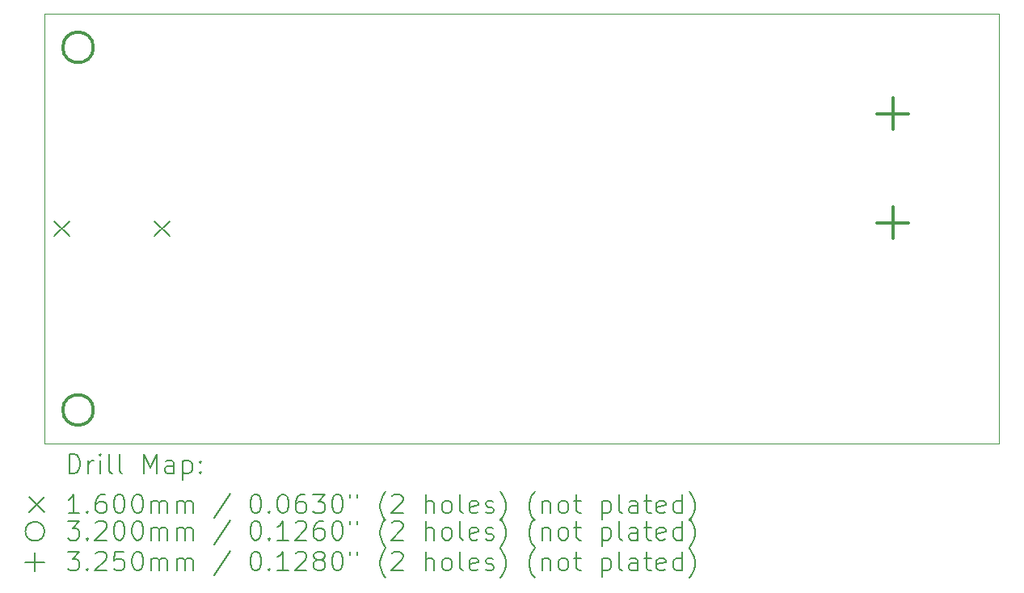
<source format=gbr>
%TF.GenerationSoftware,KiCad,Pcbnew,8.0.1*%
%TF.CreationDate,2024-04-28T13:44:50+02:00*%
%TF.ProjectId,ETH1ISO224,45544831-4953-44f3-9232-342e6b696361,rev?*%
%TF.SameCoordinates,Original*%
%TF.FileFunction,Drillmap*%
%TF.FilePolarity,Positive*%
%FSLAX45Y45*%
G04 Gerber Fmt 4.5, Leading zero omitted, Abs format (unit mm)*
G04 Created by KiCad (PCBNEW 8.0.1) date 2024-04-28 13:44:50*
%MOMM*%
%LPD*%
G01*
G04 APERTURE LIST*
%ADD10C,0.050000*%
%ADD11C,0.200000*%
%ADD12C,0.160000*%
%ADD13C,0.320000*%
%ADD14C,0.325000*%
G04 APERTURE END LIST*
D10*
X10050000Y-6500000D02*
X20050000Y-6500000D01*
X20050000Y-11000000D01*
X10050000Y-11000000D01*
X10050000Y-6500000D01*
D11*
D12*
X10147000Y-8670000D02*
X10307000Y-8830000D01*
X10307000Y-8670000D02*
X10147000Y-8830000D01*
X11197000Y-8670000D02*
X11357000Y-8830000D01*
X11357000Y-8670000D02*
X11197000Y-8830000D01*
D13*
X10560000Y-6850000D02*
G75*
G02*
X10240000Y-6850000I-160000J0D01*
G01*
X10240000Y-6850000D02*
G75*
G02*
X10560000Y-6850000I160000J0D01*
G01*
X10560000Y-10650000D02*
G75*
G02*
X10240000Y-10650000I-160000J0D01*
G01*
X10240000Y-10650000D02*
G75*
G02*
X10560000Y-10650000I160000J0D01*
G01*
D14*
X18934200Y-7381300D02*
X18934200Y-7706300D01*
X18771700Y-7543800D02*
X19096700Y-7543800D01*
X18934200Y-8524300D02*
X18934200Y-8849300D01*
X18771700Y-8686800D02*
X19096700Y-8686800D01*
D11*
X10308277Y-11313984D02*
X10308277Y-11113984D01*
X10308277Y-11113984D02*
X10355896Y-11113984D01*
X10355896Y-11113984D02*
X10384467Y-11123508D01*
X10384467Y-11123508D02*
X10403515Y-11142555D01*
X10403515Y-11142555D02*
X10413039Y-11161603D01*
X10413039Y-11161603D02*
X10422563Y-11199698D01*
X10422563Y-11199698D02*
X10422563Y-11228269D01*
X10422563Y-11228269D02*
X10413039Y-11266365D01*
X10413039Y-11266365D02*
X10403515Y-11285412D01*
X10403515Y-11285412D02*
X10384467Y-11304460D01*
X10384467Y-11304460D02*
X10355896Y-11313984D01*
X10355896Y-11313984D02*
X10308277Y-11313984D01*
X10508277Y-11313984D02*
X10508277Y-11180650D01*
X10508277Y-11218746D02*
X10517801Y-11199698D01*
X10517801Y-11199698D02*
X10527324Y-11190174D01*
X10527324Y-11190174D02*
X10546372Y-11180650D01*
X10546372Y-11180650D02*
X10565420Y-11180650D01*
X10632086Y-11313984D02*
X10632086Y-11180650D01*
X10632086Y-11113984D02*
X10622563Y-11123508D01*
X10622563Y-11123508D02*
X10632086Y-11133031D01*
X10632086Y-11133031D02*
X10641610Y-11123508D01*
X10641610Y-11123508D02*
X10632086Y-11113984D01*
X10632086Y-11113984D02*
X10632086Y-11133031D01*
X10755896Y-11313984D02*
X10736848Y-11304460D01*
X10736848Y-11304460D02*
X10727324Y-11285412D01*
X10727324Y-11285412D02*
X10727324Y-11113984D01*
X10860658Y-11313984D02*
X10841610Y-11304460D01*
X10841610Y-11304460D02*
X10832086Y-11285412D01*
X10832086Y-11285412D02*
X10832086Y-11113984D01*
X11089229Y-11313984D02*
X11089229Y-11113984D01*
X11089229Y-11113984D02*
X11155896Y-11256841D01*
X11155896Y-11256841D02*
X11222562Y-11113984D01*
X11222562Y-11113984D02*
X11222562Y-11313984D01*
X11403515Y-11313984D02*
X11403515Y-11209222D01*
X11403515Y-11209222D02*
X11393991Y-11190174D01*
X11393991Y-11190174D02*
X11374943Y-11180650D01*
X11374943Y-11180650D02*
X11336848Y-11180650D01*
X11336848Y-11180650D02*
X11317801Y-11190174D01*
X11403515Y-11304460D02*
X11384467Y-11313984D01*
X11384467Y-11313984D02*
X11336848Y-11313984D01*
X11336848Y-11313984D02*
X11317801Y-11304460D01*
X11317801Y-11304460D02*
X11308277Y-11285412D01*
X11308277Y-11285412D02*
X11308277Y-11266365D01*
X11308277Y-11266365D02*
X11317801Y-11247317D01*
X11317801Y-11247317D02*
X11336848Y-11237793D01*
X11336848Y-11237793D02*
X11384467Y-11237793D01*
X11384467Y-11237793D02*
X11403515Y-11228269D01*
X11498753Y-11180650D02*
X11498753Y-11380650D01*
X11498753Y-11190174D02*
X11517801Y-11180650D01*
X11517801Y-11180650D02*
X11555896Y-11180650D01*
X11555896Y-11180650D02*
X11574943Y-11190174D01*
X11574943Y-11190174D02*
X11584467Y-11199698D01*
X11584467Y-11199698D02*
X11593991Y-11218746D01*
X11593991Y-11218746D02*
X11593991Y-11275888D01*
X11593991Y-11275888D02*
X11584467Y-11294936D01*
X11584467Y-11294936D02*
X11574943Y-11304460D01*
X11574943Y-11304460D02*
X11555896Y-11313984D01*
X11555896Y-11313984D02*
X11517801Y-11313984D01*
X11517801Y-11313984D02*
X11498753Y-11304460D01*
X11679705Y-11294936D02*
X11689229Y-11304460D01*
X11689229Y-11304460D02*
X11679705Y-11313984D01*
X11679705Y-11313984D02*
X11670182Y-11304460D01*
X11670182Y-11304460D02*
X11679705Y-11294936D01*
X11679705Y-11294936D02*
X11679705Y-11313984D01*
X11679705Y-11190174D02*
X11689229Y-11199698D01*
X11689229Y-11199698D02*
X11679705Y-11209222D01*
X11679705Y-11209222D02*
X11670182Y-11199698D01*
X11670182Y-11199698D02*
X11679705Y-11190174D01*
X11679705Y-11190174D02*
X11679705Y-11209222D01*
D12*
X9887500Y-11562500D02*
X10047500Y-11722500D01*
X10047500Y-11562500D02*
X9887500Y-11722500D01*
D11*
X10413039Y-11733984D02*
X10298753Y-11733984D01*
X10355896Y-11733984D02*
X10355896Y-11533984D01*
X10355896Y-11533984D02*
X10336848Y-11562555D01*
X10336848Y-11562555D02*
X10317801Y-11581603D01*
X10317801Y-11581603D02*
X10298753Y-11591127D01*
X10498753Y-11714936D02*
X10508277Y-11724460D01*
X10508277Y-11724460D02*
X10498753Y-11733984D01*
X10498753Y-11733984D02*
X10489229Y-11724460D01*
X10489229Y-11724460D02*
X10498753Y-11714936D01*
X10498753Y-11714936D02*
X10498753Y-11733984D01*
X10679705Y-11533984D02*
X10641610Y-11533984D01*
X10641610Y-11533984D02*
X10622563Y-11543508D01*
X10622563Y-11543508D02*
X10613039Y-11553031D01*
X10613039Y-11553031D02*
X10593991Y-11581603D01*
X10593991Y-11581603D02*
X10584467Y-11619698D01*
X10584467Y-11619698D02*
X10584467Y-11695888D01*
X10584467Y-11695888D02*
X10593991Y-11714936D01*
X10593991Y-11714936D02*
X10603515Y-11724460D01*
X10603515Y-11724460D02*
X10622563Y-11733984D01*
X10622563Y-11733984D02*
X10660658Y-11733984D01*
X10660658Y-11733984D02*
X10679705Y-11724460D01*
X10679705Y-11724460D02*
X10689229Y-11714936D01*
X10689229Y-11714936D02*
X10698753Y-11695888D01*
X10698753Y-11695888D02*
X10698753Y-11648269D01*
X10698753Y-11648269D02*
X10689229Y-11629222D01*
X10689229Y-11629222D02*
X10679705Y-11619698D01*
X10679705Y-11619698D02*
X10660658Y-11610174D01*
X10660658Y-11610174D02*
X10622563Y-11610174D01*
X10622563Y-11610174D02*
X10603515Y-11619698D01*
X10603515Y-11619698D02*
X10593991Y-11629222D01*
X10593991Y-11629222D02*
X10584467Y-11648269D01*
X10822563Y-11533984D02*
X10841610Y-11533984D01*
X10841610Y-11533984D02*
X10860658Y-11543508D01*
X10860658Y-11543508D02*
X10870182Y-11553031D01*
X10870182Y-11553031D02*
X10879705Y-11572079D01*
X10879705Y-11572079D02*
X10889229Y-11610174D01*
X10889229Y-11610174D02*
X10889229Y-11657793D01*
X10889229Y-11657793D02*
X10879705Y-11695888D01*
X10879705Y-11695888D02*
X10870182Y-11714936D01*
X10870182Y-11714936D02*
X10860658Y-11724460D01*
X10860658Y-11724460D02*
X10841610Y-11733984D01*
X10841610Y-11733984D02*
X10822563Y-11733984D01*
X10822563Y-11733984D02*
X10803515Y-11724460D01*
X10803515Y-11724460D02*
X10793991Y-11714936D01*
X10793991Y-11714936D02*
X10784467Y-11695888D01*
X10784467Y-11695888D02*
X10774944Y-11657793D01*
X10774944Y-11657793D02*
X10774944Y-11610174D01*
X10774944Y-11610174D02*
X10784467Y-11572079D01*
X10784467Y-11572079D02*
X10793991Y-11553031D01*
X10793991Y-11553031D02*
X10803515Y-11543508D01*
X10803515Y-11543508D02*
X10822563Y-11533984D01*
X11013039Y-11533984D02*
X11032086Y-11533984D01*
X11032086Y-11533984D02*
X11051134Y-11543508D01*
X11051134Y-11543508D02*
X11060658Y-11553031D01*
X11060658Y-11553031D02*
X11070182Y-11572079D01*
X11070182Y-11572079D02*
X11079705Y-11610174D01*
X11079705Y-11610174D02*
X11079705Y-11657793D01*
X11079705Y-11657793D02*
X11070182Y-11695888D01*
X11070182Y-11695888D02*
X11060658Y-11714936D01*
X11060658Y-11714936D02*
X11051134Y-11724460D01*
X11051134Y-11724460D02*
X11032086Y-11733984D01*
X11032086Y-11733984D02*
X11013039Y-11733984D01*
X11013039Y-11733984D02*
X10993991Y-11724460D01*
X10993991Y-11724460D02*
X10984467Y-11714936D01*
X10984467Y-11714936D02*
X10974944Y-11695888D01*
X10974944Y-11695888D02*
X10965420Y-11657793D01*
X10965420Y-11657793D02*
X10965420Y-11610174D01*
X10965420Y-11610174D02*
X10974944Y-11572079D01*
X10974944Y-11572079D02*
X10984467Y-11553031D01*
X10984467Y-11553031D02*
X10993991Y-11543508D01*
X10993991Y-11543508D02*
X11013039Y-11533984D01*
X11165420Y-11733984D02*
X11165420Y-11600650D01*
X11165420Y-11619698D02*
X11174944Y-11610174D01*
X11174944Y-11610174D02*
X11193991Y-11600650D01*
X11193991Y-11600650D02*
X11222563Y-11600650D01*
X11222563Y-11600650D02*
X11241610Y-11610174D01*
X11241610Y-11610174D02*
X11251134Y-11629222D01*
X11251134Y-11629222D02*
X11251134Y-11733984D01*
X11251134Y-11629222D02*
X11260658Y-11610174D01*
X11260658Y-11610174D02*
X11279705Y-11600650D01*
X11279705Y-11600650D02*
X11308277Y-11600650D01*
X11308277Y-11600650D02*
X11327324Y-11610174D01*
X11327324Y-11610174D02*
X11336848Y-11629222D01*
X11336848Y-11629222D02*
X11336848Y-11733984D01*
X11432086Y-11733984D02*
X11432086Y-11600650D01*
X11432086Y-11619698D02*
X11441610Y-11610174D01*
X11441610Y-11610174D02*
X11460658Y-11600650D01*
X11460658Y-11600650D02*
X11489229Y-11600650D01*
X11489229Y-11600650D02*
X11508277Y-11610174D01*
X11508277Y-11610174D02*
X11517801Y-11629222D01*
X11517801Y-11629222D02*
X11517801Y-11733984D01*
X11517801Y-11629222D02*
X11527324Y-11610174D01*
X11527324Y-11610174D02*
X11546372Y-11600650D01*
X11546372Y-11600650D02*
X11574943Y-11600650D01*
X11574943Y-11600650D02*
X11593991Y-11610174D01*
X11593991Y-11610174D02*
X11603515Y-11629222D01*
X11603515Y-11629222D02*
X11603515Y-11733984D01*
X11993991Y-11524460D02*
X11822563Y-11781603D01*
X12251134Y-11533984D02*
X12270182Y-11533984D01*
X12270182Y-11533984D02*
X12289229Y-11543508D01*
X12289229Y-11543508D02*
X12298753Y-11553031D01*
X12298753Y-11553031D02*
X12308277Y-11572079D01*
X12308277Y-11572079D02*
X12317801Y-11610174D01*
X12317801Y-11610174D02*
X12317801Y-11657793D01*
X12317801Y-11657793D02*
X12308277Y-11695888D01*
X12308277Y-11695888D02*
X12298753Y-11714936D01*
X12298753Y-11714936D02*
X12289229Y-11724460D01*
X12289229Y-11724460D02*
X12270182Y-11733984D01*
X12270182Y-11733984D02*
X12251134Y-11733984D01*
X12251134Y-11733984D02*
X12232086Y-11724460D01*
X12232086Y-11724460D02*
X12222563Y-11714936D01*
X12222563Y-11714936D02*
X12213039Y-11695888D01*
X12213039Y-11695888D02*
X12203515Y-11657793D01*
X12203515Y-11657793D02*
X12203515Y-11610174D01*
X12203515Y-11610174D02*
X12213039Y-11572079D01*
X12213039Y-11572079D02*
X12222563Y-11553031D01*
X12222563Y-11553031D02*
X12232086Y-11543508D01*
X12232086Y-11543508D02*
X12251134Y-11533984D01*
X12403515Y-11714936D02*
X12413039Y-11724460D01*
X12413039Y-11724460D02*
X12403515Y-11733984D01*
X12403515Y-11733984D02*
X12393991Y-11724460D01*
X12393991Y-11724460D02*
X12403515Y-11714936D01*
X12403515Y-11714936D02*
X12403515Y-11733984D01*
X12536848Y-11533984D02*
X12555896Y-11533984D01*
X12555896Y-11533984D02*
X12574944Y-11543508D01*
X12574944Y-11543508D02*
X12584467Y-11553031D01*
X12584467Y-11553031D02*
X12593991Y-11572079D01*
X12593991Y-11572079D02*
X12603515Y-11610174D01*
X12603515Y-11610174D02*
X12603515Y-11657793D01*
X12603515Y-11657793D02*
X12593991Y-11695888D01*
X12593991Y-11695888D02*
X12584467Y-11714936D01*
X12584467Y-11714936D02*
X12574944Y-11724460D01*
X12574944Y-11724460D02*
X12555896Y-11733984D01*
X12555896Y-11733984D02*
X12536848Y-11733984D01*
X12536848Y-11733984D02*
X12517801Y-11724460D01*
X12517801Y-11724460D02*
X12508277Y-11714936D01*
X12508277Y-11714936D02*
X12498753Y-11695888D01*
X12498753Y-11695888D02*
X12489229Y-11657793D01*
X12489229Y-11657793D02*
X12489229Y-11610174D01*
X12489229Y-11610174D02*
X12498753Y-11572079D01*
X12498753Y-11572079D02*
X12508277Y-11553031D01*
X12508277Y-11553031D02*
X12517801Y-11543508D01*
X12517801Y-11543508D02*
X12536848Y-11533984D01*
X12774944Y-11533984D02*
X12736848Y-11533984D01*
X12736848Y-11533984D02*
X12717801Y-11543508D01*
X12717801Y-11543508D02*
X12708277Y-11553031D01*
X12708277Y-11553031D02*
X12689229Y-11581603D01*
X12689229Y-11581603D02*
X12679706Y-11619698D01*
X12679706Y-11619698D02*
X12679706Y-11695888D01*
X12679706Y-11695888D02*
X12689229Y-11714936D01*
X12689229Y-11714936D02*
X12698753Y-11724460D01*
X12698753Y-11724460D02*
X12717801Y-11733984D01*
X12717801Y-11733984D02*
X12755896Y-11733984D01*
X12755896Y-11733984D02*
X12774944Y-11724460D01*
X12774944Y-11724460D02*
X12784467Y-11714936D01*
X12784467Y-11714936D02*
X12793991Y-11695888D01*
X12793991Y-11695888D02*
X12793991Y-11648269D01*
X12793991Y-11648269D02*
X12784467Y-11629222D01*
X12784467Y-11629222D02*
X12774944Y-11619698D01*
X12774944Y-11619698D02*
X12755896Y-11610174D01*
X12755896Y-11610174D02*
X12717801Y-11610174D01*
X12717801Y-11610174D02*
X12698753Y-11619698D01*
X12698753Y-11619698D02*
X12689229Y-11629222D01*
X12689229Y-11629222D02*
X12679706Y-11648269D01*
X12860658Y-11533984D02*
X12984467Y-11533984D01*
X12984467Y-11533984D02*
X12917801Y-11610174D01*
X12917801Y-11610174D02*
X12946372Y-11610174D01*
X12946372Y-11610174D02*
X12965420Y-11619698D01*
X12965420Y-11619698D02*
X12974944Y-11629222D01*
X12974944Y-11629222D02*
X12984467Y-11648269D01*
X12984467Y-11648269D02*
X12984467Y-11695888D01*
X12984467Y-11695888D02*
X12974944Y-11714936D01*
X12974944Y-11714936D02*
X12965420Y-11724460D01*
X12965420Y-11724460D02*
X12946372Y-11733984D01*
X12946372Y-11733984D02*
X12889229Y-11733984D01*
X12889229Y-11733984D02*
X12870182Y-11724460D01*
X12870182Y-11724460D02*
X12860658Y-11714936D01*
X13108277Y-11533984D02*
X13127325Y-11533984D01*
X13127325Y-11533984D02*
X13146372Y-11543508D01*
X13146372Y-11543508D02*
X13155896Y-11553031D01*
X13155896Y-11553031D02*
X13165420Y-11572079D01*
X13165420Y-11572079D02*
X13174944Y-11610174D01*
X13174944Y-11610174D02*
X13174944Y-11657793D01*
X13174944Y-11657793D02*
X13165420Y-11695888D01*
X13165420Y-11695888D02*
X13155896Y-11714936D01*
X13155896Y-11714936D02*
X13146372Y-11724460D01*
X13146372Y-11724460D02*
X13127325Y-11733984D01*
X13127325Y-11733984D02*
X13108277Y-11733984D01*
X13108277Y-11733984D02*
X13089229Y-11724460D01*
X13089229Y-11724460D02*
X13079706Y-11714936D01*
X13079706Y-11714936D02*
X13070182Y-11695888D01*
X13070182Y-11695888D02*
X13060658Y-11657793D01*
X13060658Y-11657793D02*
X13060658Y-11610174D01*
X13060658Y-11610174D02*
X13070182Y-11572079D01*
X13070182Y-11572079D02*
X13079706Y-11553031D01*
X13079706Y-11553031D02*
X13089229Y-11543508D01*
X13089229Y-11543508D02*
X13108277Y-11533984D01*
X13251134Y-11533984D02*
X13251134Y-11572079D01*
X13327325Y-11533984D02*
X13327325Y-11572079D01*
X13622563Y-11810174D02*
X13613039Y-11800650D01*
X13613039Y-11800650D02*
X13593991Y-11772079D01*
X13593991Y-11772079D02*
X13584468Y-11753031D01*
X13584468Y-11753031D02*
X13574944Y-11724460D01*
X13574944Y-11724460D02*
X13565420Y-11676841D01*
X13565420Y-11676841D02*
X13565420Y-11638746D01*
X13565420Y-11638746D02*
X13574944Y-11591127D01*
X13574944Y-11591127D02*
X13584468Y-11562555D01*
X13584468Y-11562555D02*
X13593991Y-11543508D01*
X13593991Y-11543508D02*
X13613039Y-11514936D01*
X13613039Y-11514936D02*
X13622563Y-11505412D01*
X13689229Y-11553031D02*
X13698753Y-11543508D01*
X13698753Y-11543508D02*
X13717801Y-11533984D01*
X13717801Y-11533984D02*
X13765420Y-11533984D01*
X13765420Y-11533984D02*
X13784468Y-11543508D01*
X13784468Y-11543508D02*
X13793991Y-11553031D01*
X13793991Y-11553031D02*
X13803515Y-11572079D01*
X13803515Y-11572079D02*
X13803515Y-11591127D01*
X13803515Y-11591127D02*
X13793991Y-11619698D01*
X13793991Y-11619698D02*
X13679706Y-11733984D01*
X13679706Y-11733984D02*
X13803515Y-11733984D01*
X14041610Y-11733984D02*
X14041610Y-11533984D01*
X14127325Y-11733984D02*
X14127325Y-11629222D01*
X14127325Y-11629222D02*
X14117801Y-11610174D01*
X14117801Y-11610174D02*
X14098753Y-11600650D01*
X14098753Y-11600650D02*
X14070182Y-11600650D01*
X14070182Y-11600650D02*
X14051134Y-11610174D01*
X14051134Y-11610174D02*
X14041610Y-11619698D01*
X14251134Y-11733984D02*
X14232087Y-11724460D01*
X14232087Y-11724460D02*
X14222563Y-11714936D01*
X14222563Y-11714936D02*
X14213039Y-11695888D01*
X14213039Y-11695888D02*
X14213039Y-11638746D01*
X14213039Y-11638746D02*
X14222563Y-11619698D01*
X14222563Y-11619698D02*
X14232087Y-11610174D01*
X14232087Y-11610174D02*
X14251134Y-11600650D01*
X14251134Y-11600650D02*
X14279706Y-11600650D01*
X14279706Y-11600650D02*
X14298753Y-11610174D01*
X14298753Y-11610174D02*
X14308277Y-11619698D01*
X14308277Y-11619698D02*
X14317801Y-11638746D01*
X14317801Y-11638746D02*
X14317801Y-11695888D01*
X14317801Y-11695888D02*
X14308277Y-11714936D01*
X14308277Y-11714936D02*
X14298753Y-11724460D01*
X14298753Y-11724460D02*
X14279706Y-11733984D01*
X14279706Y-11733984D02*
X14251134Y-11733984D01*
X14432087Y-11733984D02*
X14413039Y-11724460D01*
X14413039Y-11724460D02*
X14403515Y-11705412D01*
X14403515Y-11705412D02*
X14403515Y-11533984D01*
X14584468Y-11724460D02*
X14565420Y-11733984D01*
X14565420Y-11733984D02*
X14527325Y-11733984D01*
X14527325Y-11733984D02*
X14508277Y-11724460D01*
X14508277Y-11724460D02*
X14498753Y-11705412D01*
X14498753Y-11705412D02*
X14498753Y-11629222D01*
X14498753Y-11629222D02*
X14508277Y-11610174D01*
X14508277Y-11610174D02*
X14527325Y-11600650D01*
X14527325Y-11600650D02*
X14565420Y-11600650D01*
X14565420Y-11600650D02*
X14584468Y-11610174D01*
X14584468Y-11610174D02*
X14593991Y-11629222D01*
X14593991Y-11629222D02*
X14593991Y-11648269D01*
X14593991Y-11648269D02*
X14498753Y-11667317D01*
X14670182Y-11724460D02*
X14689230Y-11733984D01*
X14689230Y-11733984D02*
X14727325Y-11733984D01*
X14727325Y-11733984D02*
X14746372Y-11724460D01*
X14746372Y-11724460D02*
X14755896Y-11705412D01*
X14755896Y-11705412D02*
X14755896Y-11695888D01*
X14755896Y-11695888D02*
X14746372Y-11676841D01*
X14746372Y-11676841D02*
X14727325Y-11667317D01*
X14727325Y-11667317D02*
X14698753Y-11667317D01*
X14698753Y-11667317D02*
X14679706Y-11657793D01*
X14679706Y-11657793D02*
X14670182Y-11638746D01*
X14670182Y-11638746D02*
X14670182Y-11629222D01*
X14670182Y-11629222D02*
X14679706Y-11610174D01*
X14679706Y-11610174D02*
X14698753Y-11600650D01*
X14698753Y-11600650D02*
X14727325Y-11600650D01*
X14727325Y-11600650D02*
X14746372Y-11610174D01*
X14822563Y-11810174D02*
X14832087Y-11800650D01*
X14832087Y-11800650D02*
X14851134Y-11772079D01*
X14851134Y-11772079D02*
X14860658Y-11753031D01*
X14860658Y-11753031D02*
X14870182Y-11724460D01*
X14870182Y-11724460D02*
X14879706Y-11676841D01*
X14879706Y-11676841D02*
X14879706Y-11638746D01*
X14879706Y-11638746D02*
X14870182Y-11591127D01*
X14870182Y-11591127D02*
X14860658Y-11562555D01*
X14860658Y-11562555D02*
X14851134Y-11543508D01*
X14851134Y-11543508D02*
X14832087Y-11514936D01*
X14832087Y-11514936D02*
X14822563Y-11505412D01*
X15184468Y-11810174D02*
X15174944Y-11800650D01*
X15174944Y-11800650D02*
X15155896Y-11772079D01*
X15155896Y-11772079D02*
X15146372Y-11753031D01*
X15146372Y-11753031D02*
X15136849Y-11724460D01*
X15136849Y-11724460D02*
X15127325Y-11676841D01*
X15127325Y-11676841D02*
X15127325Y-11638746D01*
X15127325Y-11638746D02*
X15136849Y-11591127D01*
X15136849Y-11591127D02*
X15146372Y-11562555D01*
X15146372Y-11562555D02*
X15155896Y-11543508D01*
X15155896Y-11543508D02*
X15174944Y-11514936D01*
X15174944Y-11514936D02*
X15184468Y-11505412D01*
X15260658Y-11600650D02*
X15260658Y-11733984D01*
X15260658Y-11619698D02*
X15270182Y-11610174D01*
X15270182Y-11610174D02*
X15289230Y-11600650D01*
X15289230Y-11600650D02*
X15317801Y-11600650D01*
X15317801Y-11600650D02*
X15336849Y-11610174D01*
X15336849Y-11610174D02*
X15346372Y-11629222D01*
X15346372Y-11629222D02*
X15346372Y-11733984D01*
X15470182Y-11733984D02*
X15451134Y-11724460D01*
X15451134Y-11724460D02*
X15441611Y-11714936D01*
X15441611Y-11714936D02*
X15432087Y-11695888D01*
X15432087Y-11695888D02*
X15432087Y-11638746D01*
X15432087Y-11638746D02*
X15441611Y-11619698D01*
X15441611Y-11619698D02*
X15451134Y-11610174D01*
X15451134Y-11610174D02*
X15470182Y-11600650D01*
X15470182Y-11600650D02*
X15498753Y-11600650D01*
X15498753Y-11600650D02*
X15517801Y-11610174D01*
X15517801Y-11610174D02*
X15527325Y-11619698D01*
X15527325Y-11619698D02*
X15536849Y-11638746D01*
X15536849Y-11638746D02*
X15536849Y-11695888D01*
X15536849Y-11695888D02*
X15527325Y-11714936D01*
X15527325Y-11714936D02*
X15517801Y-11724460D01*
X15517801Y-11724460D02*
X15498753Y-11733984D01*
X15498753Y-11733984D02*
X15470182Y-11733984D01*
X15593992Y-11600650D02*
X15670182Y-11600650D01*
X15622563Y-11533984D02*
X15622563Y-11705412D01*
X15622563Y-11705412D02*
X15632087Y-11724460D01*
X15632087Y-11724460D02*
X15651134Y-11733984D01*
X15651134Y-11733984D02*
X15670182Y-11733984D01*
X15889230Y-11600650D02*
X15889230Y-11800650D01*
X15889230Y-11610174D02*
X15908277Y-11600650D01*
X15908277Y-11600650D02*
X15946373Y-11600650D01*
X15946373Y-11600650D02*
X15965420Y-11610174D01*
X15965420Y-11610174D02*
X15974944Y-11619698D01*
X15974944Y-11619698D02*
X15984468Y-11638746D01*
X15984468Y-11638746D02*
X15984468Y-11695888D01*
X15984468Y-11695888D02*
X15974944Y-11714936D01*
X15974944Y-11714936D02*
X15965420Y-11724460D01*
X15965420Y-11724460D02*
X15946373Y-11733984D01*
X15946373Y-11733984D02*
X15908277Y-11733984D01*
X15908277Y-11733984D02*
X15889230Y-11724460D01*
X16098753Y-11733984D02*
X16079706Y-11724460D01*
X16079706Y-11724460D02*
X16070182Y-11705412D01*
X16070182Y-11705412D02*
X16070182Y-11533984D01*
X16260658Y-11733984D02*
X16260658Y-11629222D01*
X16260658Y-11629222D02*
X16251134Y-11610174D01*
X16251134Y-11610174D02*
X16232087Y-11600650D01*
X16232087Y-11600650D02*
X16193992Y-11600650D01*
X16193992Y-11600650D02*
X16174944Y-11610174D01*
X16260658Y-11724460D02*
X16241611Y-11733984D01*
X16241611Y-11733984D02*
X16193992Y-11733984D01*
X16193992Y-11733984D02*
X16174944Y-11724460D01*
X16174944Y-11724460D02*
X16165420Y-11705412D01*
X16165420Y-11705412D02*
X16165420Y-11686365D01*
X16165420Y-11686365D02*
X16174944Y-11667317D01*
X16174944Y-11667317D02*
X16193992Y-11657793D01*
X16193992Y-11657793D02*
X16241611Y-11657793D01*
X16241611Y-11657793D02*
X16260658Y-11648269D01*
X16327325Y-11600650D02*
X16403515Y-11600650D01*
X16355896Y-11533984D02*
X16355896Y-11705412D01*
X16355896Y-11705412D02*
X16365420Y-11724460D01*
X16365420Y-11724460D02*
X16384468Y-11733984D01*
X16384468Y-11733984D02*
X16403515Y-11733984D01*
X16546373Y-11724460D02*
X16527325Y-11733984D01*
X16527325Y-11733984D02*
X16489230Y-11733984D01*
X16489230Y-11733984D02*
X16470182Y-11724460D01*
X16470182Y-11724460D02*
X16460658Y-11705412D01*
X16460658Y-11705412D02*
X16460658Y-11629222D01*
X16460658Y-11629222D02*
X16470182Y-11610174D01*
X16470182Y-11610174D02*
X16489230Y-11600650D01*
X16489230Y-11600650D02*
X16527325Y-11600650D01*
X16527325Y-11600650D02*
X16546373Y-11610174D01*
X16546373Y-11610174D02*
X16555896Y-11629222D01*
X16555896Y-11629222D02*
X16555896Y-11648269D01*
X16555896Y-11648269D02*
X16460658Y-11667317D01*
X16727325Y-11733984D02*
X16727325Y-11533984D01*
X16727325Y-11724460D02*
X16708277Y-11733984D01*
X16708277Y-11733984D02*
X16670182Y-11733984D01*
X16670182Y-11733984D02*
X16651134Y-11724460D01*
X16651134Y-11724460D02*
X16641611Y-11714936D01*
X16641611Y-11714936D02*
X16632087Y-11695888D01*
X16632087Y-11695888D02*
X16632087Y-11638746D01*
X16632087Y-11638746D02*
X16641611Y-11619698D01*
X16641611Y-11619698D02*
X16651134Y-11610174D01*
X16651134Y-11610174D02*
X16670182Y-11600650D01*
X16670182Y-11600650D02*
X16708277Y-11600650D01*
X16708277Y-11600650D02*
X16727325Y-11610174D01*
X16803516Y-11810174D02*
X16813039Y-11800650D01*
X16813039Y-11800650D02*
X16832087Y-11772079D01*
X16832087Y-11772079D02*
X16841611Y-11753031D01*
X16841611Y-11753031D02*
X16851135Y-11724460D01*
X16851135Y-11724460D02*
X16860658Y-11676841D01*
X16860658Y-11676841D02*
X16860658Y-11638746D01*
X16860658Y-11638746D02*
X16851135Y-11591127D01*
X16851135Y-11591127D02*
X16841611Y-11562555D01*
X16841611Y-11562555D02*
X16832087Y-11543508D01*
X16832087Y-11543508D02*
X16813039Y-11514936D01*
X16813039Y-11514936D02*
X16803516Y-11505412D01*
X10047500Y-11922500D02*
G75*
G02*
X9847500Y-11922500I-100000J0D01*
G01*
X9847500Y-11922500D02*
G75*
G02*
X10047500Y-11922500I100000J0D01*
G01*
X10289229Y-11813984D02*
X10413039Y-11813984D01*
X10413039Y-11813984D02*
X10346372Y-11890174D01*
X10346372Y-11890174D02*
X10374944Y-11890174D01*
X10374944Y-11890174D02*
X10393991Y-11899698D01*
X10393991Y-11899698D02*
X10403515Y-11909222D01*
X10403515Y-11909222D02*
X10413039Y-11928269D01*
X10413039Y-11928269D02*
X10413039Y-11975888D01*
X10413039Y-11975888D02*
X10403515Y-11994936D01*
X10403515Y-11994936D02*
X10393991Y-12004460D01*
X10393991Y-12004460D02*
X10374944Y-12013984D01*
X10374944Y-12013984D02*
X10317801Y-12013984D01*
X10317801Y-12013984D02*
X10298753Y-12004460D01*
X10298753Y-12004460D02*
X10289229Y-11994936D01*
X10498753Y-11994936D02*
X10508277Y-12004460D01*
X10508277Y-12004460D02*
X10498753Y-12013984D01*
X10498753Y-12013984D02*
X10489229Y-12004460D01*
X10489229Y-12004460D02*
X10498753Y-11994936D01*
X10498753Y-11994936D02*
X10498753Y-12013984D01*
X10584467Y-11833031D02*
X10593991Y-11823508D01*
X10593991Y-11823508D02*
X10613039Y-11813984D01*
X10613039Y-11813984D02*
X10660658Y-11813984D01*
X10660658Y-11813984D02*
X10679705Y-11823508D01*
X10679705Y-11823508D02*
X10689229Y-11833031D01*
X10689229Y-11833031D02*
X10698753Y-11852079D01*
X10698753Y-11852079D02*
X10698753Y-11871127D01*
X10698753Y-11871127D02*
X10689229Y-11899698D01*
X10689229Y-11899698D02*
X10574944Y-12013984D01*
X10574944Y-12013984D02*
X10698753Y-12013984D01*
X10822563Y-11813984D02*
X10841610Y-11813984D01*
X10841610Y-11813984D02*
X10860658Y-11823508D01*
X10860658Y-11823508D02*
X10870182Y-11833031D01*
X10870182Y-11833031D02*
X10879705Y-11852079D01*
X10879705Y-11852079D02*
X10889229Y-11890174D01*
X10889229Y-11890174D02*
X10889229Y-11937793D01*
X10889229Y-11937793D02*
X10879705Y-11975888D01*
X10879705Y-11975888D02*
X10870182Y-11994936D01*
X10870182Y-11994936D02*
X10860658Y-12004460D01*
X10860658Y-12004460D02*
X10841610Y-12013984D01*
X10841610Y-12013984D02*
X10822563Y-12013984D01*
X10822563Y-12013984D02*
X10803515Y-12004460D01*
X10803515Y-12004460D02*
X10793991Y-11994936D01*
X10793991Y-11994936D02*
X10784467Y-11975888D01*
X10784467Y-11975888D02*
X10774944Y-11937793D01*
X10774944Y-11937793D02*
X10774944Y-11890174D01*
X10774944Y-11890174D02*
X10784467Y-11852079D01*
X10784467Y-11852079D02*
X10793991Y-11833031D01*
X10793991Y-11833031D02*
X10803515Y-11823508D01*
X10803515Y-11823508D02*
X10822563Y-11813984D01*
X11013039Y-11813984D02*
X11032086Y-11813984D01*
X11032086Y-11813984D02*
X11051134Y-11823508D01*
X11051134Y-11823508D02*
X11060658Y-11833031D01*
X11060658Y-11833031D02*
X11070182Y-11852079D01*
X11070182Y-11852079D02*
X11079705Y-11890174D01*
X11079705Y-11890174D02*
X11079705Y-11937793D01*
X11079705Y-11937793D02*
X11070182Y-11975888D01*
X11070182Y-11975888D02*
X11060658Y-11994936D01*
X11060658Y-11994936D02*
X11051134Y-12004460D01*
X11051134Y-12004460D02*
X11032086Y-12013984D01*
X11032086Y-12013984D02*
X11013039Y-12013984D01*
X11013039Y-12013984D02*
X10993991Y-12004460D01*
X10993991Y-12004460D02*
X10984467Y-11994936D01*
X10984467Y-11994936D02*
X10974944Y-11975888D01*
X10974944Y-11975888D02*
X10965420Y-11937793D01*
X10965420Y-11937793D02*
X10965420Y-11890174D01*
X10965420Y-11890174D02*
X10974944Y-11852079D01*
X10974944Y-11852079D02*
X10984467Y-11833031D01*
X10984467Y-11833031D02*
X10993991Y-11823508D01*
X10993991Y-11823508D02*
X11013039Y-11813984D01*
X11165420Y-12013984D02*
X11165420Y-11880650D01*
X11165420Y-11899698D02*
X11174944Y-11890174D01*
X11174944Y-11890174D02*
X11193991Y-11880650D01*
X11193991Y-11880650D02*
X11222563Y-11880650D01*
X11222563Y-11880650D02*
X11241610Y-11890174D01*
X11241610Y-11890174D02*
X11251134Y-11909222D01*
X11251134Y-11909222D02*
X11251134Y-12013984D01*
X11251134Y-11909222D02*
X11260658Y-11890174D01*
X11260658Y-11890174D02*
X11279705Y-11880650D01*
X11279705Y-11880650D02*
X11308277Y-11880650D01*
X11308277Y-11880650D02*
X11327324Y-11890174D01*
X11327324Y-11890174D02*
X11336848Y-11909222D01*
X11336848Y-11909222D02*
X11336848Y-12013984D01*
X11432086Y-12013984D02*
X11432086Y-11880650D01*
X11432086Y-11899698D02*
X11441610Y-11890174D01*
X11441610Y-11890174D02*
X11460658Y-11880650D01*
X11460658Y-11880650D02*
X11489229Y-11880650D01*
X11489229Y-11880650D02*
X11508277Y-11890174D01*
X11508277Y-11890174D02*
X11517801Y-11909222D01*
X11517801Y-11909222D02*
X11517801Y-12013984D01*
X11517801Y-11909222D02*
X11527324Y-11890174D01*
X11527324Y-11890174D02*
X11546372Y-11880650D01*
X11546372Y-11880650D02*
X11574943Y-11880650D01*
X11574943Y-11880650D02*
X11593991Y-11890174D01*
X11593991Y-11890174D02*
X11603515Y-11909222D01*
X11603515Y-11909222D02*
X11603515Y-12013984D01*
X11993991Y-11804460D02*
X11822563Y-12061603D01*
X12251134Y-11813984D02*
X12270182Y-11813984D01*
X12270182Y-11813984D02*
X12289229Y-11823508D01*
X12289229Y-11823508D02*
X12298753Y-11833031D01*
X12298753Y-11833031D02*
X12308277Y-11852079D01*
X12308277Y-11852079D02*
X12317801Y-11890174D01*
X12317801Y-11890174D02*
X12317801Y-11937793D01*
X12317801Y-11937793D02*
X12308277Y-11975888D01*
X12308277Y-11975888D02*
X12298753Y-11994936D01*
X12298753Y-11994936D02*
X12289229Y-12004460D01*
X12289229Y-12004460D02*
X12270182Y-12013984D01*
X12270182Y-12013984D02*
X12251134Y-12013984D01*
X12251134Y-12013984D02*
X12232086Y-12004460D01*
X12232086Y-12004460D02*
X12222563Y-11994936D01*
X12222563Y-11994936D02*
X12213039Y-11975888D01*
X12213039Y-11975888D02*
X12203515Y-11937793D01*
X12203515Y-11937793D02*
X12203515Y-11890174D01*
X12203515Y-11890174D02*
X12213039Y-11852079D01*
X12213039Y-11852079D02*
X12222563Y-11833031D01*
X12222563Y-11833031D02*
X12232086Y-11823508D01*
X12232086Y-11823508D02*
X12251134Y-11813984D01*
X12403515Y-11994936D02*
X12413039Y-12004460D01*
X12413039Y-12004460D02*
X12403515Y-12013984D01*
X12403515Y-12013984D02*
X12393991Y-12004460D01*
X12393991Y-12004460D02*
X12403515Y-11994936D01*
X12403515Y-11994936D02*
X12403515Y-12013984D01*
X12603515Y-12013984D02*
X12489229Y-12013984D01*
X12546372Y-12013984D02*
X12546372Y-11813984D01*
X12546372Y-11813984D02*
X12527325Y-11842555D01*
X12527325Y-11842555D02*
X12508277Y-11861603D01*
X12508277Y-11861603D02*
X12489229Y-11871127D01*
X12679706Y-11833031D02*
X12689229Y-11823508D01*
X12689229Y-11823508D02*
X12708277Y-11813984D01*
X12708277Y-11813984D02*
X12755896Y-11813984D01*
X12755896Y-11813984D02*
X12774944Y-11823508D01*
X12774944Y-11823508D02*
X12784467Y-11833031D01*
X12784467Y-11833031D02*
X12793991Y-11852079D01*
X12793991Y-11852079D02*
X12793991Y-11871127D01*
X12793991Y-11871127D02*
X12784467Y-11899698D01*
X12784467Y-11899698D02*
X12670182Y-12013984D01*
X12670182Y-12013984D02*
X12793991Y-12013984D01*
X12965420Y-11813984D02*
X12927325Y-11813984D01*
X12927325Y-11813984D02*
X12908277Y-11823508D01*
X12908277Y-11823508D02*
X12898753Y-11833031D01*
X12898753Y-11833031D02*
X12879706Y-11861603D01*
X12879706Y-11861603D02*
X12870182Y-11899698D01*
X12870182Y-11899698D02*
X12870182Y-11975888D01*
X12870182Y-11975888D02*
X12879706Y-11994936D01*
X12879706Y-11994936D02*
X12889229Y-12004460D01*
X12889229Y-12004460D02*
X12908277Y-12013984D01*
X12908277Y-12013984D02*
X12946372Y-12013984D01*
X12946372Y-12013984D02*
X12965420Y-12004460D01*
X12965420Y-12004460D02*
X12974944Y-11994936D01*
X12974944Y-11994936D02*
X12984467Y-11975888D01*
X12984467Y-11975888D02*
X12984467Y-11928269D01*
X12984467Y-11928269D02*
X12974944Y-11909222D01*
X12974944Y-11909222D02*
X12965420Y-11899698D01*
X12965420Y-11899698D02*
X12946372Y-11890174D01*
X12946372Y-11890174D02*
X12908277Y-11890174D01*
X12908277Y-11890174D02*
X12889229Y-11899698D01*
X12889229Y-11899698D02*
X12879706Y-11909222D01*
X12879706Y-11909222D02*
X12870182Y-11928269D01*
X13108277Y-11813984D02*
X13127325Y-11813984D01*
X13127325Y-11813984D02*
X13146372Y-11823508D01*
X13146372Y-11823508D02*
X13155896Y-11833031D01*
X13155896Y-11833031D02*
X13165420Y-11852079D01*
X13165420Y-11852079D02*
X13174944Y-11890174D01*
X13174944Y-11890174D02*
X13174944Y-11937793D01*
X13174944Y-11937793D02*
X13165420Y-11975888D01*
X13165420Y-11975888D02*
X13155896Y-11994936D01*
X13155896Y-11994936D02*
X13146372Y-12004460D01*
X13146372Y-12004460D02*
X13127325Y-12013984D01*
X13127325Y-12013984D02*
X13108277Y-12013984D01*
X13108277Y-12013984D02*
X13089229Y-12004460D01*
X13089229Y-12004460D02*
X13079706Y-11994936D01*
X13079706Y-11994936D02*
X13070182Y-11975888D01*
X13070182Y-11975888D02*
X13060658Y-11937793D01*
X13060658Y-11937793D02*
X13060658Y-11890174D01*
X13060658Y-11890174D02*
X13070182Y-11852079D01*
X13070182Y-11852079D02*
X13079706Y-11833031D01*
X13079706Y-11833031D02*
X13089229Y-11823508D01*
X13089229Y-11823508D02*
X13108277Y-11813984D01*
X13251134Y-11813984D02*
X13251134Y-11852079D01*
X13327325Y-11813984D02*
X13327325Y-11852079D01*
X13622563Y-12090174D02*
X13613039Y-12080650D01*
X13613039Y-12080650D02*
X13593991Y-12052079D01*
X13593991Y-12052079D02*
X13584468Y-12033031D01*
X13584468Y-12033031D02*
X13574944Y-12004460D01*
X13574944Y-12004460D02*
X13565420Y-11956841D01*
X13565420Y-11956841D02*
X13565420Y-11918746D01*
X13565420Y-11918746D02*
X13574944Y-11871127D01*
X13574944Y-11871127D02*
X13584468Y-11842555D01*
X13584468Y-11842555D02*
X13593991Y-11823508D01*
X13593991Y-11823508D02*
X13613039Y-11794936D01*
X13613039Y-11794936D02*
X13622563Y-11785412D01*
X13689229Y-11833031D02*
X13698753Y-11823508D01*
X13698753Y-11823508D02*
X13717801Y-11813984D01*
X13717801Y-11813984D02*
X13765420Y-11813984D01*
X13765420Y-11813984D02*
X13784468Y-11823508D01*
X13784468Y-11823508D02*
X13793991Y-11833031D01*
X13793991Y-11833031D02*
X13803515Y-11852079D01*
X13803515Y-11852079D02*
X13803515Y-11871127D01*
X13803515Y-11871127D02*
X13793991Y-11899698D01*
X13793991Y-11899698D02*
X13679706Y-12013984D01*
X13679706Y-12013984D02*
X13803515Y-12013984D01*
X14041610Y-12013984D02*
X14041610Y-11813984D01*
X14127325Y-12013984D02*
X14127325Y-11909222D01*
X14127325Y-11909222D02*
X14117801Y-11890174D01*
X14117801Y-11890174D02*
X14098753Y-11880650D01*
X14098753Y-11880650D02*
X14070182Y-11880650D01*
X14070182Y-11880650D02*
X14051134Y-11890174D01*
X14051134Y-11890174D02*
X14041610Y-11899698D01*
X14251134Y-12013984D02*
X14232087Y-12004460D01*
X14232087Y-12004460D02*
X14222563Y-11994936D01*
X14222563Y-11994936D02*
X14213039Y-11975888D01*
X14213039Y-11975888D02*
X14213039Y-11918746D01*
X14213039Y-11918746D02*
X14222563Y-11899698D01*
X14222563Y-11899698D02*
X14232087Y-11890174D01*
X14232087Y-11890174D02*
X14251134Y-11880650D01*
X14251134Y-11880650D02*
X14279706Y-11880650D01*
X14279706Y-11880650D02*
X14298753Y-11890174D01*
X14298753Y-11890174D02*
X14308277Y-11899698D01*
X14308277Y-11899698D02*
X14317801Y-11918746D01*
X14317801Y-11918746D02*
X14317801Y-11975888D01*
X14317801Y-11975888D02*
X14308277Y-11994936D01*
X14308277Y-11994936D02*
X14298753Y-12004460D01*
X14298753Y-12004460D02*
X14279706Y-12013984D01*
X14279706Y-12013984D02*
X14251134Y-12013984D01*
X14432087Y-12013984D02*
X14413039Y-12004460D01*
X14413039Y-12004460D02*
X14403515Y-11985412D01*
X14403515Y-11985412D02*
X14403515Y-11813984D01*
X14584468Y-12004460D02*
X14565420Y-12013984D01*
X14565420Y-12013984D02*
X14527325Y-12013984D01*
X14527325Y-12013984D02*
X14508277Y-12004460D01*
X14508277Y-12004460D02*
X14498753Y-11985412D01*
X14498753Y-11985412D02*
X14498753Y-11909222D01*
X14498753Y-11909222D02*
X14508277Y-11890174D01*
X14508277Y-11890174D02*
X14527325Y-11880650D01*
X14527325Y-11880650D02*
X14565420Y-11880650D01*
X14565420Y-11880650D02*
X14584468Y-11890174D01*
X14584468Y-11890174D02*
X14593991Y-11909222D01*
X14593991Y-11909222D02*
X14593991Y-11928269D01*
X14593991Y-11928269D02*
X14498753Y-11947317D01*
X14670182Y-12004460D02*
X14689230Y-12013984D01*
X14689230Y-12013984D02*
X14727325Y-12013984D01*
X14727325Y-12013984D02*
X14746372Y-12004460D01*
X14746372Y-12004460D02*
X14755896Y-11985412D01*
X14755896Y-11985412D02*
X14755896Y-11975888D01*
X14755896Y-11975888D02*
X14746372Y-11956841D01*
X14746372Y-11956841D02*
X14727325Y-11947317D01*
X14727325Y-11947317D02*
X14698753Y-11947317D01*
X14698753Y-11947317D02*
X14679706Y-11937793D01*
X14679706Y-11937793D02*
X14670182Y-11918746D01*
X14670182Y-11918746D02*
X14670182Y-11909222D01*
X14670182Y-11909222D02*
X14679706Y-11890174D01*
X14679706Y-11890174D02*
X14698753Y-11880650D01*
X14698753Y-11880650D02*
X14727325Y-11880650D01*
X14727325Y-11880650D02*
X14746372Y-11890174D01*
X14822563Y-12090174D02*
X14832087Y-12080650D01*
X14832087Y-12080650D02*
X14851134Y-12052079D01*
X14851134Y-12052079D02*
X14860658Y-12033031D01*
X14860658Y-12033031D02*
X14870182Y-12004460D01*
X14870182Y-12004460D02*
X14879706Y-11956841D01*
X14879706Y-11956841D02*
X14879706Y-11918746D01*
X14879706Y-11918746D02*
X14870182Y-11871127D01*
X14870182Y-11871127D02*
X14860658Y-11842555D01*
X14860658Y-11842555D02*
X14851134Y-11823508D01*
X14851134Y-11823508D02*
X14832087Y-11794936D01*
X14832087Y-11794936D02*
X14822563Y-11785412D01*
X15184468Y-12090174D02*
X15174944Y-12080650D01*
X15174944Y-12080650D02*
X15155896Y-12052079D01*
X15155896Y-12052079D02*
X15146372Y-12033031D01*
X15146372Y-12033031D02*
X15136849Y-12004460D01*
X15136849Y-12004460D02*
X15127325Y-11956841D01*
X15127325Y-11956841D02*
X15127325Y-11918746D01*
X15127325Y-11918746D02*
X15136849Y-11871127D01*
X15136849Y-11871127D02*
X15146372Y-11842555D01*
X15146372Y-11842555D02*
X15155896Y-11823508D01*
X15155896Y-11823508D02*
X15174944Y-11794936D01*
X15174944Y-11794936D02*
X15184468Y-11785412D01*
X15260658Y-11880650D02*
X15260658Y-12013984D01*
X15260658Y-11899698D02*
X15270182Y-11890174D01*
X15270182Y-11890174D02*
X15289230Y-11880650D01*
X15289230Y-11880650D02*
X15317801Y-11880650D01*
X15317801Y-11880650D02*
X15336849Y-11890174D01*
X15336849Y-11890174D02*
X15346372Y-11909222D01*
X15346372Y-11909222D02*
X15346372Y-12013984D01*
X15470182Y-12013984D02*
X15451134Y-12004460D01*
X15451134Y-12004460D02*
X15441611Y-11994936D01*
X15441611Y-11994936D02*
X15432087Y-11975888D01*
X15432087Y-11975888D02*
X15432087Y-11918746D01*
X15432087Y-11918746D02*
X15441611Y-11899698D01*
X15441611Y-11899698D02*
X15451134Y-11890174D01*
X15451134Y-11890174D02*
X15470182Y-11880650D01*
X15470182Y-11880650D02*
X15498753Y-11880650D01*
X15498753Y-11880650D02*
X15517801Y-11890174D01*
X15517801Y-11890174D02*
X15527325Y-11899698D01*
X15527325Y-11899698D02*
X15536849Y-11918746D01*
X15536849Y-11918746D02*
X15536849Y-11975888D01*
X15536849Y-11975888D02*
X15527325Y-11994936D01*
X15527325Y-11994936D02*
X15517801Y-12004460D01*
X15517801Y-12004460D02*
X15498753Y-12013984D01*
X15498753Y-12013984D02*
X15470182Y-12013984D01*
X15593992Y-11880650D02*
X15670182Y-11880650D01*
X15622563Y-11813984D02*
X15622563Y-11985412D01*
X15622563Y-11985412D02*
X15632087Y-12004460D01*
X15632087Y-12004460D02*
X15651134Y-12013984D01*
X15651134Y-12013984D02*
X15670182Y-12013984D01*
X15889230Y-11880650D02*
X15889230Y-12080650D01*
X15889230Y-11890174D02*
X15908277Y-11880650D01*
X15908277Y-11880650D02*
X15946373Y-11880650D01*
X15946373Y-11880650D02*
X15965420Y-11890174D01*
X15965420Y-11890174D02*
X15974944Y-11899698D01*
X15974944Y-11899698D02*
X15984468Y-11918746D01*
X15984468Y-11918746D02*
X15984468Y-11975888D01*
X15984468Y-11975888D02*
X15974944Y-11994936D01*
X15974944Y-11994936D02*
X15965420Y-12004460D01*
X15965420Y-12004460D02*
X15946373Y-12013984D01*
X15946373Y-12013984D02*
X15908277Y-12013984D01*
X15908277Y-12013984D02*
X15889230Y-12004460D01*
X16098753Y-12013984D02*
X16079706Y-12004460D01*
X16079706Y-12004460D02*
X16070182Y-11985412D01*
X16070182Y-11985412D02*
X16070182Y-11813984D01*
X16260658Y-12013984D02*
X16260658Y-11909222D01*
X16260658Y-11909222D02*
X16251134Y-11890174D01*
X16251134Y-11890174D02*
X16232087Y-11880650D01*
X16232087Y-11880650D02*
X16193992Y-11880650D01*
X16193992Y-11880650D02*
X16174944Y-11890174D01*
X16260658Y-12004460D02*
X16241611Y-12013984D01*
X16241611Y-12013984D02*
X16193992Y-12013984D01*
X16193992Y-12013984D02*
X16174944Y-12004460D01*
X16174944Y-12004460D02*
X16165420Y-11985412D01*
X16165420Y-11985412D02*
X16165420Y-11966365D01*
X16165420Y-11966365D02*
X16174944Y-11947317D01*
X16174944Y-11947317D02*
X16193992Y-11937793D01*
X16193992Y-11937793D02*
X16241611Y-11937793D01*
X16241611Y-11937793D02*
X16260658Y-11928269D01*
X16327325Y-11880650D02*
X16403515Y-11880650D01*
X16355896Y-11813984D02*
X16355896Y-11985412D01*
X16355896Y-11985412D02*
X16365420Y-12004460D01*
X16365420Y-12004460D02*
X16384468Y-12013984D01*
X16384468Y-12013984D02*
X16403515Y-12013984D01*
X16546373Y-12004460D02*
X16527325Y-12013984D01*
X16527325Y-12013984D02*
X16489230Y-12013984D01*
X16489230Y-12013984D02*
X16470182Y-12004460D01*
X16470182Y-12004460D02*
X16460658Y-11985412D01*
X16460658Y-11985412D02*
X16460658Y-11909222D01*
X16460658Y-11909222D02*
X16470182Y-11890174D01*
X16470182Y-11890174D02*
X16489230Y-11880650D01*
X16489230Y-11880650D02*
X16527325Y-11880650D01*
X16527325Y-11880650D02*
X16546373Y-11890174D01*
X16546373Y-11890174D02*
X16555896Y-11909222D01*
X16555896Y-11909222D02*
X16555896Y-11928269D01*
X16555896Y-11928269D02*
X16460658Y-11947317D01*
X16727325Y-12013984D02*
X16727325Y-11813984D01*
X16727325Y-12004460D02*
X16708277Y-12013984D01*
X16708277Y-12013984D02*
X16670182Y-12013984D01*
X16670182Y-12013984D02*
X16651134Y-12004460D01*
X16651134Y-12004460D02*
X16641611Y-11994936D01*
X16641611Y-11994936D02*
X16632087Y-11975888D01*
X16632087Y-11975888D02*
X16632087Y-11918746D01*
X16632087Y-11918746D02*
X16641611Y-11899698D01*
X16641611Y-11899698D02*
X16651134Y-11890174D01*
X16651134Y-11890174D02*
X16670182Y-11880650D01*
X16670182Y-11880650D02*
X16708277Y-11880650D01*
X16708277Y-11880650D02*
X16727325Y-11890174D01*
X16803516Y-12090174D02*
X16813039Y-12080650D01*
X16813039Y-12080650D02*
X16832087Y-12052079D01*
X16832087Y-12052079D02*
X16841611Y-12033031D01*
X16841611Y-12033031D02*
X16851135Y-12004460D01*
X16851135Y-12004460D02*
X16860658Y-11956841D01*
X16860658Y-11956841D02*
X16860658Y-11918746D01*
X16860658Y-11918746D02*
X16851135Y-11871127D01*
X16851135Y-11871127D02*
X16841611Y-11842555D01*
X16841611Y-11842555D02*
X16832087Y-11823508D01*
X16832087Y-11823508D02*
X16813039Y-11794936D01*
X16813039Y-11794936D02*
X16803516Y-11785412D01*
X9947500Y-12142500D02*
X9947500Y-12342500D01*
X9847500Y-12242500D02*
X10047500Y-12242500D01*
X10289229Y-12133984D02*
X10413039Y-12133984D01*
X10413039Y-12133984D02*
X10346372Y-12210174D01*
X10346372Y-12210174D02*
X10374944Y-12210174D01*
X10374944Y-12210174D02*
X10393991Y-12219698D01*
X10393991Y-12219698D02*
X10403515Y-12229222D01*
X10403515Y-12229222D02*
X10413039Y-12248269D01*
X10413039Y-12248269D02*
X10413039Y-12295888D01*
X10413039Y-12295888D02*
X10403515Y-12314936D01*
X10403515Y-12314936D02*
X10393991Y-12324460D01*
X10393991Y-12324460D02*
X10374944Y-12333984D01*
X10374944Y-12333984D02*
X10317801Y-12333984D01*
X10317801Y-12333984D02*
X10298753Y-12324460D01*
X10298753Y-12324460D02*
X10289229Y-12314936D01*
X10498753Y-12314936D02*
X10508277Y-12324460D01*
X10508277Y-12324460D02*
X10498753Y-12333984D01*
X10498753Y-12333984D02*
X10489229Y-12324460D01*
X10489229Y-12324460D02*
X10498753Y-12314936D01*
X10498753Y-12314936D02*
X10498753Y-12333984D01*
X10584467Y-12153031D02*
X10593991Y-12143508D01*
X10593991Y-12143508D02*
X10613039Y-12133984D01*
X10613039Y-12133984D02*
X10660658Y-12133984D01*
X10660658Y-12133984D02*
X10679705Y-12143508D01*
X10679705Y-12143508D02*
X10689229Y-12153031D01*
X10689229Y-12153031D02*
X10698753Y-12172079D01*
X10698753Y-12172079D02*
X10698753Y-12191127D01*
X10698753Y-12191127D02*
X10689229Y-12219698D01*
X10689229Y-12219698D02*
X10574944Y-12333984D01*
X10574944Y-12333984D02*
X10698753Y-12333984D01*
X10879705Y-12133984D02*
X10784467Y-12133984D01*
X10784467Y-12133984D02*
X10774944Y-12229222D01*
X10774944Y-12229222D02*
X10784467Y-12219698D01*
X10784467Y-12219698D02*
X10803515Y-12210174D01*
X10803515Y-12210174D02*
X10851134Y-12210174D01*
X10851134Y-12210174D02*
X10870182Y-12219698D01*
X10870182Y-12219698D02*
X10879705Y-12229222D01*
X10879705Y-12229222D02*
X10889229Y-12248269D01*
X10889229Y-12248269D02*
X10889229Y-12295888D01*
X10889229Y-12295888D02*
X10879705Y-12314936D01*
X10879705Y-12314936D02*
X10870182Y-12324460D01*
X10870182Y-12324460D02*
X10851134Y-12333984D01*
X10851134Y-12333984D02*
X10803515Y-12333984D01*
X10803515Y-12333984D02*
X10784467Y-12324460D01*
X10784467Y-12324460D02*
X10774944Y-12314936D01*
X11013039Y-12133984D02*
X11032086Y-12133984D01*
X11032086Y-12133984D02*
X11051134Y-12143508D01*
X11051134Y-12143508D02*
X11060658Y-12153031D01*
X11060658Y-12153031D02*
X11070182Y-12172079D01*
X11070182Y-12172079D02*
X11079705Y-12210174D01*
X11079705Y-12210174D02*
X11079705Y-12257793D01*
X11079705Y-12257793D02*
X11070182Y-12295888D01*
X11070182Y-12295888D02*
X11060658Y-12314936D01*
X11060658Y-12314936D02*
X11051134Y-12324460D01*
X11051134Y-12324460D02*
X11032086Y-12333984D01*
X11032086Y-12333984D02*
X11013039Y-12333984D01*
X11013039Y-12333984D02*
X10993991Y-12324460D01*
X10993991Y-12324460D02*
X10984467Y-12314936D01*
X10984467Y-12314936D02*
X10974944Y-12295888D01*
X10974944Y-12295888D02*
X10965420Y-12257793D01*
X10965420Y-12257793D02*
X10965420Y-12210174D01*
X10965420Y-12210174D02*
X10974944Y-12172079D01*
X10974944Y-12172079D02*
X10984467Y-12153031D01*
X10984467Y-12153031D02*
X10993991Y-12143508D01*
X10993991Y-12143508D02*
X11013039Y-12133984D01*
X11165420Y-12333984D02*
X11165420Y-12200650D01*
X11165420Y-12219698D02*
X11174944Y-12210174D01*
X11174944Y-12210174D02*
X11193991Y-12200650D01*
X11193991Y-12200650D02*
X11222563Y-12200650D01*
X11222563Y-12200650D02*
X11241610Y-12210174D01*
X11241610Y-12210174D02*
X11251134Y-12229222D01*
X11251134Y-12229222D02*
X11251134Y-12333984D01*
X11251134Y-12229222D02*
X11260658Y-12210174D01*
X11260658Y-12210174D02*
X11279705Y-12200650D01*
X11279705Y-12200650D02*
X11308277Y-12200650D01*
X11308277Y-12200650D02*
X11327324Y-12210174D01*
X11327324Y-12210174D02*
X11336848Y-12229222D01*
X11336848Y-12229222D02*
X11336848Y-12333984D01*
X11432086Y-12333984D02*
X11432086Y-12200650D01*
X11432086Y-12219698D02*
X11441610Y-12210174D01*
X11441610Y-12210174D02*
X11460658Y-12200650D01*
X11460658Y-12200650D02*
X11489229Y-12200650D01*
X11489229Y-12200650D02*
X11508277Y-12210174D01*
X11508277Y-12210174D02*
X11517801Y-12229222D01*
X11517801Y-12229222D02*
X11517801Y-12333984D01*
X11517801Y-12229222D02*
X11527324Y-12210174D01*
X11527324Y-12210174D02*
X11546372Y-12200650D01*
X11546372Y-12200650D02*
X11574943Y-12200650D01*
X11574943Y-12200650D02*
X11593991Y-12210174D01*
X11593991Y-12210174D02*
X11603515Y-12229222D01*
X11603515Y-12229222D02*
X11603515Y-12333984D01*
X11993991Y-12124460D02*
X11822563Y-12381603D01*
X12251134Y-12133984D02*
X12270182Y-12133984D01*
X12270182Y-12133984D02*
X12289229Y-12143508D01*
X12289229Y-12143508D02*
X12298753Y-12153031D01*
X12298753Y-12153031D02*
X12308277Y-12172079D01*
X12308277Y-12172079D02*
X12317801Y-12210174D01*
X12317801Y-12210174D02*
X12317801Y-12257793D01*
X12317801Y-12257793D02*
X12308277Y-12295888D01*
X12308277Y-12295888D02*
X12298753Y-12314936D01*
X12298753Y-12314936D02*
X12289229Y-12324460D01*
X12289229Y-12324460D02*
X12270182Y-12333984D01*
X12270182Y-12333984D02*
X12251134Y-12333984D01*
X12251134Y-12333984D02*
X12232086Y-12324460D01*
X12232086Y-12324460D02*
X12222563Y-12314936D01*
X12222563Y-12314936D02*
X12213039Y-12295888D01*
X12213039Y-12295888D02*
X12203515Y-12257793D01*
X12203515Y-12257793D02*
X12203515Y-12210174D01*
X12203515Y-12210174D02*
X12213039Y-12172079D01*
X12213039Y-12172079D02*
X12222563Y-12153031D01*
X12222563Y-12153031D02*
X12232086Y-12143508D01*
X12232086Y-12143508D02*
X12251134Y-12133984D01*
X12403515Y-12314936D02*
X12413039Y-12324460D01*
X12413039Y-12324460D02*
X12403515Y-12333984D01*
X12403515Y-12333984D02*
X12393991Y-12324460D01*
X12393991Y-12324460D02*
X12403515Y-12314936D01*
X12403515Y-12314936D02*
X12403515Y-12333984D01*
X12603515Y-12333984D02*
X12489229Y-12333984D01*
X12546372Y-12333984D02*
X12546372Y-12133984D01*
X12546372Y-12133984D02*
X12527325Y-12162555D01*
X12527325Y-12162555D02*
X12508277Y-12181603D01*
X12508277Y-12181603D02*
X12489229Y-12191127D01*
X12679706Y-12153031D02*
X12689229Y-12143508D01*
X12689229Y-12143508D02*
X12708277Y-12133984D01*
X12708277Y-12133984D02*
X12755896Y-12133984D01*
X12755896Y-12133984D02*
X12774944Y-12143508D01*
X12774944Y-12143508D02*
X12784467Y-12153031D01*
X12784467Y-12153031D02*
X12793991Y-12172079D01*
X12793991Y-12172079D02*
X12793991Y-12191127D01*
X12793991Y-12191127D02*
X12784467Y-12219698D01*
X12784467Y-12219698D02*
X12670182Y-12333984D01*
X12670182Y-12333984D02*
X12793991Y-12333984D01*
X12908277Y-12219698D02*
X12889229Y-12210174D01*
X12889229Y-12210174D02*
X12879706Y-12200650D01*
X12879706Y-12200650D02*
X12870182Y-12181603D01*
X12870182Y-12181603D02*
X12870182Y-12172079D01*
X12870182Y-12172079D02*
X12879706Y-12153031D01*
X12879706Y-12153031D02*
X12889229Y-12143508D01*
X12889229Y-12143508D02*
X12908277Y-12133984D01*
X12908277Y-12133984D02*
X12946372Y-12133984D01*
X12946372Y-12133984D02*
X12965420Y-12143508D01*
X12965420Y-12143508D02*
X12974944Y-12153031D01*
X12974944Y-12153031D02*
X12984467Y-12172079D01*
X12984467Y-12172079D02*
X12984467Y-12181603D01*
X12984467Y-12181603D02*
X12974944Y-12200650D01*
X12974944Y-12200650D02*
X12965420Y-12210174D01*
X12965420Y-12210174D02*
X12946372Y-12219698D01*
X12946372Y-12219698D02*
X12908277Y-12219698D01*
X12908277Y-12219698D02*
X12889229Y-12229222D01*
X12889229Y-12229222D02*
X12879706Y-12238746D01*
X12879706Y-12238746D02*
X12870182Y-12257793D01*
X12870182Y-12257793D02*
X12870182Y-12295888D01*
X12870182Y-12295888D02*
X12879706Y-12314936D01*
X12879706Y-12314936D02*
X12889229Y-12324460D01*
X12889229Y-12324460D02*
X12908277Y-12333984D01*
X12908277Y-12333984D02*
X12946372Y-12333984D01*
X12946372Y-12333984D02*
X12965420Y-12324460D01*
X12965420Y-12324460D02*
X12974944Y-12314936D01*
X12974944Y-12314936D02*
X12984467Y-12295888D01*
X12984467Y-12295888D02*
X12984467Y-12257793D01*
X12984467Y-12257793D02*
X12974944Y-12238746D01*
X12974944Y-12238746D02*
X12965420Y-12229222D01*
X12965420Y-12229222D02*
X12946372Y-12219698D01*
X13108277Y-12133984D02*
X13127325Y-12133984D01*
X13127325Y-12133984D02*
X13146372Y-12143508D01*
X13146372Y-12143508D02*
X13155896Y-12153031D01*
X13155896Y-12153031D02*
X13165420Y-12172079D01*
X13165420Y-12172079D02*
X13174944Y-12210174D01*
X13174944Y-12210174D02*
X13174944Y-12257793D01*
X13174944Y-12257793D02*
X13165420Y-12295888D01*
X13165420Y-12295888D02*
X13155896Y-12314936D01*
X13155896Y-12314936D02*
X13146372Y-12324460D01*
X13146372Y-12324460D02*
X13127325Y-12333984D01*
X13127325Y-12333984D02*
X13108277Y-12333984D01*
X13108277Y-12333984D02*
X13089229Y-12324460D01*
X13089229Y-12324460D02*
X13079706Y-12314936D01*
X13079706Y-12314936D02*
X13070182Y-12295888D01*
X13070182Y-12295888D02*
X13060658Y-12257793D01*
X13060658Y-12257793D02*
X13060658Y-12210174D01*
X13060658Y-12210174D02*
X13070182Y-12172079D01*
X13070182Y-12172079D02*
X13079706Y-12153031D01*
X13079706Y-12153031D02*
X13089229Y-12143508D01*
X13089229Y-12143508D02*
X13108277Y-12133984D01*
X13251134Y-12133984D02*
X13251134Y-12172079D01*
X13327325Y-12133984D02*
X13327325Y-12172079D01*
X13622563Y-12410174D02*
X13613039Y-12400650D01*
X13613039Y-12400650D02*
X13593991Y-12372079D01*
X13593991Y-12372079D02*
X13584468Y-12353031D01*
X13584468Y-12353031D02*
X13574944Y-12324460D01*
X13574944Y-12324460D02*
X13565420Y-12276841D01*
X13565420Y-12276841D02*
X13565420Y-12238746D01*
X13565420Y-12238746D02*
X13574944Y-12191127D01*
X13574944Y-12191127D02*
X13584468Y-12162555D01*
X13584468Y-12162555D02*
X13593991Y-12143508D01*
X13593991Y-12143508D02*
X13613039Y-12114936D01*
X13613039Y-12114936D02*
X13622563Y-12105412D01*
X13689229Y-12153031D02*
X13698753Y-12143508D01*
X13698753Y-12143508D02*
X13717801Y-12133984D01*
X13717801Y-12133984D02*
X13765420Y-12133984D01*
X13765420Y-12133984D02*
X13784468Y-12143508D01*
X13784468Y-12143508D02*
X13793991Y-12153031D01*
X13793991Y-12153031D02*
X13803515Y-12172079D01*
X13803515Y-12172079D02*
X13803515Y-12191127D01*
X13803515Y-12191127D02*
X13793991Y-12219698D01*
X13793991Y-12219698D02*
X13679706Y-12333984D01*
X13679706Y-12333984D02*
X13803515Y-12333984D01*
X14041610Y-12333984D02*
X14041610Y-12133984D01*
X14127325Y-12333984D02*
X14127325Y-12229222D01*
X14127325Y-12229222D02*
X14117801Y-12210174D01*
X14117801Y-12210174D02*
X14098753Y-12200650D01*
X14098753Y-12200650D02*
X14070182Y-12200650D01*
X14070182Y-12200650D02*
X14051134Y-12210174D01*
X14051134Y-12210174D02*
X14041610Y-12219698D01*
X14251134Y-12333984D02*
X14232087Y-12324460D01*
X14232087Y-12324460D02*
X14222563Y-12314936D01*
X14222563Y-12314936D02*
X14213039Y-12295888D01*
X14213039Y-12295888D02*
X14213039Y-12238746D01*
X14213039Y-12238746D02*
X14222563Y-12219698D01*
X14222563Y-12219698D02*
X14232087Y-12210174D01*
X14232087Y-12210174D02*
X14251134Y-12200650D01*
X14251134Y-12200650D02*
X14279706Y-12200650D01*
X14279706Y-12200650D02*
X14298753Y-12210174D01*
X14298753Y-12210174D02*
X14308277Y-12219698D01*
X14308277Y-12219698D02*
X14317801Y-12238746D01*
X14317801Y-12238746D02*
X14317801Y-12295888D01*
X14317801Y-12295888D02*
X14308277Y-12314936D01*
X14308277Y-12314936D02*
X14298753Y-12324460D01*
X14298753Y-12324460D02*
X14279706Y-12333984D01*
X14279706Y-12333984D02*
X14251134Y-12333984D01*
X14432087Y-12333984D02*
X14413039Y-12324460D01*
X14413039Y-12324460D02*
X14403515Y-12305412D01*
X14403515Y-12305412D02*
X14403515Y-12133984D01*
X14584468Y-12324460D02*
X14565420Y-12333984D01*
X14565420Y-12333984D02*
X14527325Y-12333984D01*
X14527325Y-12333984D02*
X14508277Y-12324460D01*
X14508277Y-12324460D02*
X14498753Y-12305412D01*
X14498753Y-12305412D02*
X14498753Y-12229222D01*
X14498753Y-12229222D02*
X14508277Y-12210174D01*
X14508277Y-12210174D02*
X14527325Y-12200650D01*
X14527325Y-12200650D02*
X14565420Y-12200650D01*
X14565420Y-12200650D02*
X14584468Y-12210174D01*
X14584468Y-12210174D02*
X14593991Y-12229222D01*
X14593991Y-12229222D02*
X14593991Y-12248269D01*
X14593991Y-12248269D02*
X14498753Y-12267317D01*
X14670182Y-12324460D02*
X14689230Y-12333984D01*
X14689230Y-12333984D02*
X14727325Y-12333984D01*
X14727325Y-12333984D02*
X14746372Y-12324460D01*
X14746372Y-12324460D02*
X14755896Y-12305412D01*
X14755896Y-12305412D02*
X14755896Y-12295888D01*
X14755896Y-12295888D02*
X14746372Y-12276841D01*
X14746372Y-12276841D02*
X14727325Y-12267317D01*
X14727325Y-12267317D02*
X14698753Y-12267317D01*
X14698753Y-12267317D02*
X14679706Y-12257793D01*
X14679706Y-12257793D02*
X14670182Y-12238746D01*
X14670182Y-12238746D02*
X14670182Y-12229222D01*
X14670182Y-12229222D02*
X14679706Y-12210174D01*
X14679706Y-12210174D02*
X14698753Y-12200650D01*
X14698753Y-12200650D02*
X14727325Y-12200650D01*
X14727325Y-12200650D02*
X14746372Y-12210174D01*
X14822563Y-12410174D02*
X14832087Y-12400650D01*
X14832087Y-12400650D02*
X14851134Y-12372079D01*
X14851134Y-12372079D02*
X14860658Y-12353031D01*
X14860658Y-12353031D02*
X14870182Y-12324460D01*
X14870182Y-12324460D02*
X14879706Y-12276841D01*
X14879706Y-12276841D02*
X14879706Y-12238746D01*
X14879706Y-12238746D02*
X14870182Y-12191127D01*
X14870182Y-12191127D02*
X14860658Y-12162555D01*
X14860658Y-12162555D02*
X14851134Y-12143508D01*
X14851134Y-12143508D02*
X14832087Y-12114936D01*
X14832087Y-12114936D02*
X14822563Y-12105412D01*
X15184468Y-12410174D02*
X15174944Y-12400650D01*
X15174944Y-12400650D02*
X15155896Y-12372079D01*
X15155896Y-12372079D02*
X15146372Y-12353031D01*
X15146372Y-12353031D02*
X15136849Y-12324460D01*
X15136849Y-12324460D02*
X15127325Y-12276841D01*
X15127325Y-12276841D02*
X15127325Y-12238746D01*
X15127325Y-12238746D02*
X15136849Y-12191127D01*
X15136849Y-12191127D02*
X15146372Y-12162555D01*
X15146372Y-12162555D02*
X15155896Y-12143508D01*
X15155896Y-12143508D02*
X15174944Y-12114936D01*
X15174944Y-12114936D02*
X15184468Y-12105412D01*
X15260658Y-12200650D02*
X15260658Y-12333984D01*
X15260658Y-12219698D02*
X15270182Y-12210174D01*
X15270182Y-12210174D02*
X15289230Y-12200650D01*
X15289230Y-12200650D02*
X15317801Y-12200650D01*
X15317801Y-12200650D02*
X15336849Y-12210174D01*
X15336849Y-12210174D02*
X15346372Y-12229222D01*
X15346372Y-12229222D02*
X15346372Y-12333984D01*
X15470182Y-12333984D02*
X15451134Y-12324460D01*
X15451134Y-12324460D02*
X15441611Y-12314936D01*
X15441611Y-12314936D02*
X15432087Y-12295888D01*
X15432087Y-12295888D02*
X15432087Y-12238746D01*
X15432087Y-12238746D02*
X15441611Y-12219698D01*
X15441611Y-12219698D02*
X15451134Y-12210174D01*
X15451134Y-12210174D02*
X15470182Y-12200650D01*
X15470182Y-12200650D02*
X15498753Y-12200650D01*
X15498753Y-12200650D02*
X15517801Y-12210174D01*
X15517801Y-12210174D02*
X15527325Y-12219698D01*
X15527325Y-12219698D02*
X15536849Y-12238746D01*
X15536849Y-12238746D02*
X15536849Y-12295888D01*
X15536849Y-12295888D02*
X15527325Y-12314936D01*
X15527325Y-12314936D02*
X15517801Y-12324460D01*
X15517801Y-12324460D02*
X15498753Y-12333984D01*
X15498753Y-12333984D02*
X15470182Y-12333984D01*
X15593992Y-12200650D02*
X15670182Y-12200650D01*
X15622563Y-12133984D02*
X15622563Y-12305412D01*
X15622563Y-12305412D02*
X15632087Y-12324460D01*
X15632087Y-12324460D02*
X15651134Y-12333984D01*
X15651134Y-12333984D02*
X15670182Y-12333984D01*
X15889230Y-12200650D02*
X15889230Y-12400650D01*
X15889230Y-12210174D02*
X15908277Y-12200650D01*
X15908277Y-12200650D02*
X15946373Y-12200650D01*
X15946373Y-12200650D02*
X15965420Y-12210174D01*
X15965420Y-12210174D02*
X15974944Y-12219698D01*
X15974944Y-12219698D02*
X15984468Y-12238746D01*
X15984468Y-12238746D02*
X15984468Y-12295888D01*
X15984468Y-12295888D02*
X15974944Y-12314936D01*
X15974944Y-12314936D02*
X15965420Y-12324460D01*
X15965420Y-12324460D02*
X15946373Y-12333984D01*
X15946373Y-12333984D02*
X15908277Y-12333984D01*
X15908277Y-12333984D02*
X15889230Y-12324460D01*
X16098753Y-12333984D02*
X16079706Y-12324460D01*
X16079706Y-12324460D02*
X16070182Y-12305412D01*
X16070182Y-12305412D02*
X16070182Y-12133984D01*
X16260658Y-12333984D02*
X16260658Y-12229222D01*
X16260658Y-12229222D02*
X16251134Y-12210174D01*
X16251134Y-12210174D02*
X16232087Y-12200650D01*
X16232087Y-12200650D02*
X16193992Y-12200650D01*
X16193992Y-12200650D02*
X16174944Y-12210174D01*
X16260658Y-12324460D02*
X16241611Y-12333984D01*
X16241611Y-12333984D02*
X16193992Y-12333984D01*
X16193992Y-12333984D02*
X16174944Y-12324460D01*
X16174944Y-12324460D02*
X16165420Y-12305412D01*
X16165420Y-12305412D02*
X16165420Y-12286365D01*
X16165420Y-12286365D02*
X16174944Y-12267317D01*
X16174944Y-12267317D02*
X16193992Y-12257793D01*
X16193992Y-12257793D02*
X16241611Y-12257793D01*
X16241611Y-12257793D02*
X16260658Y-12248269D01*
X16327325Y-12200650D02*
X16403515Y-12200650D01*
X16355896Y-12133984D02*
X16355896Y-12305412D01*
X16355896Y-12305412D02*
X16365420Y-12324460D01*
X16365420Y-12324460D02*
X16384468Y-12333984D01*
X16384468Y-12333984D02*
X16403515Y-12333984D01*
X16546373Y-12324460D02*
X16527325Y-12333984D01*
X16527325Y-12333984D02*
X16489230Y-12333984D01*
X16489230Y-12333984D02*
X16470182Y-12324460D01*
X16470182Y-12324460D02*
X16460658Y-12305412D01*
X16460658Y-12305412D02*
X16460658Y-12229222D01*
X16460658Y-12229222D02*
X16470182Y-12210174D01*
X16470182Y-12210174D02*
X16489230Y-12200650D01*
X16489230Y-12200650D02*
X16527325Y-12200650D01*
X16527325Y-12200650D02*
X16546373Y-12210174D01*
X16546373Y-12210174D02*
X16555896Y-12229222D01*
X16555896Y-12229222D02*
X16555896Y-12248269D01*
X16555896Y-12248269D02*
X16460658Y-12267317D01*
X16727325Y-12333984D02*
X16727325Y-12133984D01*
X16727325Y-12324460D02*
X16708277Y-12333984D01*
X16708277Y-12333984D02*
X16670182Y-12333984D01*
X16670182Y-12333984D02*
X16651134Y-12324460D01*
X16651134Y-12324460D02*
X16641611Y-12314936D01*
X16641611Y-12314936D02*
X16632087Y-12295888D01*
X16632087Y-12295888D02*
X16632087Y-12238746D01*
X16632087Y-12238746D02*
X16641611Y-12219698D01*
X16641611Y-12219698D02*
X16651134Y-12210174D01*
X16651134Y-12210174D02*
X16670182Y-12200650D01*
X16670182Y-12200650D02*
X16708277Y-12200650D01*
X16708277Y-12200650D02*
X16727325Y-12210174D01*
X16803516Y-12410174D02*
X16813039Y-12400650D01*
X16813039Y-12400650D02*
X16832087Y-12372079D01*
X16832087Y-12372079D02*
X16841611Y-12353031D01*
X16841611Y-12353031D02*
X16851135Y-12324460D01*
X16851135Y-12324460D02*
X16860658Y-12276841D01*
X16860658Y-12276841D02*
X16860658Y-12238746D01*
X16860658Y-12238746D02*
X16851135Y-12191127D01*
X16851135Y-12191127D02*
X16841611Y-12162555D01*
X16841611Y-12162555D02*
X16832087Y-12143508D01*
X16832087Y-12143508D02*
X16813039Y-12114936D01*
X16813039Y-12114936D02*
X16803516Y-12105412D01*
M02*

</source>
